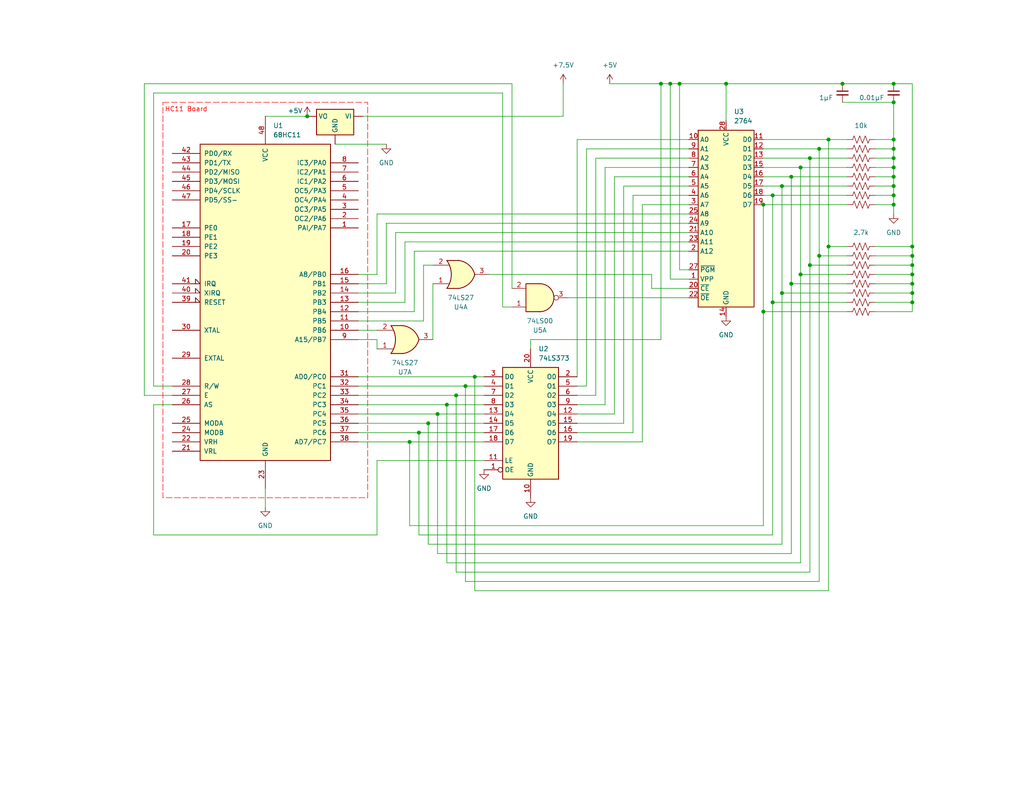
<source format=kicad_sch>
(kicad_sch (version 20250114) (generator "eeschema") (generator_version "9.0")
  (paper "USLetter")
  (title_block (title "CEMICRO Final Project Part I") (date "2025-11-18") (rev "1") (comment 1 "Reads $0000 to $0018 from a 2764 EEPROM."))
  (lib_symbols
    (symbol "74xx:74LS00" (pin_names (offset 1.016))
      (property "Reference" "U" (at 0 1.27 0))
      (property "Value" "74LS00" (at 0 -1.27 0))
      (symbol "74LS00_1_1"
        (arc (start 0 3.81) (mid 3.7934 0) (end 0 -3.81) (stroke (width 0.254)) (fill (type background)))
        (polyline (pts (xy 0 3.81) (xy -3.81 3.81) (xy -3.81 -3.81) (xy 0 -3.81)) (stroke (width 0.254)) (fill (type background)))
        (pin input line (at -7.62 2.54 0) (length 3.81) (name "~") (number "1"))
        (pin input line (at -7.62 -2.54 0) (length 3.81) (name "~") (number "2"))
        (pin output inverted (at 7.62 0 180) (length 3.81) (name "~") (number "3"))
      )
      (symbol "74LS00_1_2"
        (arc (start -3.81 3.81) (mid -2.589 0) (end -3.81 -3.81) (stroke (width 0.254)))
        (polyline (pts (xy -3.81 3.81) (xy -0.635 3.81)) (stroke (width 0.254)) (fill (type background)))
        (polyline (pts (xy -3.81 -3.81) (xy -0.635 -3.81)) (stroke (width 0.254)) (fill (type background)))
        (arc (start 3.81 0) (mid 2.1855 -2.584) (end -0.6096 -3.81) (stroke (width 0.254)) (fill (type background)))
        (arc (start -0.6096 3.81) (mid 2.1928 2.5924) (end 3.81 0) (stroke (width 0.254)) (fill (type background)))
        (polyline (pts (xy -0.635 3.81) (xy -3.81 3.81) (xy -3.81 3.81) (xy -3.556 3.4036) (xy -3.0226 2.2606) (xy -2.6924 1.0414) (xy -2.6162 -0.254) (xy -2.7686 -1.4986) (xy -3.175 -2.7178) (xy -3.81 -3.81) (xy -3.81 -3.81) (xy -0.635 -3.81)) (stroke (width -25.4)) (fill (type background)))
        (pin input inverted (at -7.62 2.54 0) (length 4.318) (name "~") (number "1"))
        (pin input inverted (at -7.62 -2.54 0) (length 4.318) (name "~") (number "2"))
        (pin output line (at 7.62 0 180) (length 3.81) (name "~") (number "3"))
      )
      (symbol "74LS00_2_1"
        (arc (start 0 3.81) (mid 3.7934 0) (end 0 -3.81) (stroke (width 0.254)) (fill (type background)))
        (polyline (pts (xy 0 3.81) (xy -3.81 3.81) (xy -3.81 -3.81) (xy 0 -3.81)) (stroke (width 0.254)) (fill (type background)))
        (pin input line (at -7.62 2.54 0) (length 3.81) (name "~") (number "4"))
        (pin input line (at -7.62 -2.54 0) (length 3.81) (name "~") (number "5"))
        (pin output inverted (at 7.62 0 180) (length 3.81) (name "~") (number "6"))
      )
      (symbol "74LS00_2_2"
        (arc (start -3.81 3.81) (mid -2.589 0) (end -3.81 -3.81) (stroke (width 0.254)))
        (polyline (pts (xy -3.81 3.81) (xy -0.635 3.81)) (stroke (width 0.254)) (fill (type background)))
        (polyline (pts (xy -3.81 -3.81) (xy -0.635 -3.81)) (stroke (width 0.254)) (fill (type background)))
        (arc (start 3.81 0) (mid 2.1855 -2.584) (end -0.6096 -3.81) (stroke (width 0.254)) (fill (type background)))
        (arc (start -0.6096 3.81) (mid 2.1928 2.5924) (end 3.81 0) (stroke (width 0.254)) (fill (type background)))
        (polyline (pts (xy -0.635 3.81) (xy -3.81 3.81) (xy -3.81 3.81) (xy -3.556 3.4036) (xy -3.0226 2.2606) (xy -2.6924 1.0414) (xy -2.6162 -0.254) (xy -2.7686 -1.4986) (xy -3.175 -2.7178) (xy -3.81 -3.81) (xy -3.81 -3.81) (xy -0.635 -3.81)) (stroke (width -25.4)) (fill (type background)))
        (pin input inverted (at -7.62 2.54 0) (length 4.318) (name "~") (number "4"))
        (pin input inverted (at -7.62 -2.54 0) (length 4.318) (name "~") (number "5"))
        (pin output line (at 7.62 0 180) (length 3.81) (name "~") (number "6"))
      )
      (symbol "74LS00_3_1"
        (arc (start 0 3.81) (mid 3.7934 0) (end 0 -3.81) (stroke (width 0.254)) (fill (type background)))
        (polyline (pts (xy 0 3.81) (xy -3.81 3.81) (xy -3.81 -3.81) (xy 0 -3.81)) (stroke (width 0.254)) (fill (type background)))
        (pin input line (at -7.62 2.54 0) (length 3.81) (name "~") (number "9"))
        (pin input line (at -7.62 -2.54 0) (length 3.81) (name "~") (number "10"))
        (pin output inverted (at 7.62 0 180) (length 3.81) (name "~") (number "8"))
      )
      (symbol "74LS00_3_2"
        (arc (start -3.81 3.81) (mid -2.589 0) (end -3.81 -3.81) (stroke (width 0.254)))
        (polyline (pts (xy -3.81 3.81) (xy -0.635 3.81)) (stroke (width 0.254)) (fill (type background)))
        (polyline (pts (xy -3.81 -3.81) (xy -0.635 -3.81)) (stroke (width 0.254)) (fill (type background)))
        (arc (start 3.81 0) (mid 2.1855 -2.584) (end -0.6096 -3.81) (stroke (width 0.254)) (fill (type background)))
        (arc (start -0.6096 3.81) (mid 2.1928 2.5924) (end 3.81 0) (stroke (width 0.254)) (fill (type background)))
        (polyline (pts (xy -0.635 3.81) (xy -3.81 3.81) (xy -3.81 3.81) (xy -3.556 3.4036) (xy -3.0226 2.2606) (xy -2.6924 1.0414) (xy -2.6162 -0.254) (xy -2.7686 -1.4986) (xy -3.175 -2.7178) (xy -3.81 -3.81) (xy -3.81 -3.81) (xy -0.635 -3.81)) (stroke (width -25.4)) (fill (type background)))
        (pin input inverted (at -7.62 2.54 0) (length 4.318) (name "~") (number "9"))
        (pin input inverted (at -7.62 -2.54 0) (length 4.318) (name "~") (number "10"))
        (pin output line (at 7.62 0 180) (length 3.81) (name "~") (number "8"))
      )
      (symbol "74LS00_4_1"
        (arc (start 0 3.81) (mid 3.7934 0) (end 0 -3.81) (stroke (width 0.254)) (fill (type background)))
        (polyline (pts (xy 0 3.81) (xy -3.81 3.81) (xy -3.81 -3.81) (xy 0 -3.81)) (stroke (width 0.254)) (fill (type background)))
        (pin input line (at -7.62 2.54 0) (length 3.81) (name "~") (number "12"))
        (pin input line (at -7.62 -2.54 0) (length 3.81) (name "~") (number "13"))
        (pin output inverted (at 7.62 0 180) (length 3.81) (name "~") (number "11"))
      )
      (symbol "74LS00_4_2"
        (arc (start -3.81 3.81) (mid -2.589 0) (end -3.81 -3.81) (stroke (width 0.254)))
        (polyline (pts (xy -3.81 3.81) (xy -0.635 3.81)) (stroke (width 0.254)) (fill (type background)))
        (polyline (pts (xy -3.81 -3.81) (xy -0.635 -3.81)) (stroke (width 0.254)) (fill (type background)))
        (arc (start 3.81 0) (mid 2.1855 -2.584) (end -0.6096 -3.81) (stroke (width 0.254)) (fill (type background)))
        (arc (start -0.6096 3.81) (mid 2.1928 2.5924) (end 3.81 0) (stroke (width 0.254)) (fill (type background)))
        (polyline (pts (xy -0.635 3.81) (xy -3.81 3.81) (xy -3.81 3.81) (xy -3.556 3.4036) (xy -3.0226 2.2606) (xy -2.6924 1.0414) (xy -2.6162 -0.254) (xy -2.7686 -1.4986) (xy -3.175 -2.7178) (xy -3.81 -3.81) (xy -3.81 -3.81) (xy -0.635 -3.81)) (stroke (width -25.4)) (fill (type background)))
        (pin input inverted (at -7.62 2.54 0) (length 4.318) (name "~") (number "12"))
        (pin input inverted (at -7.62 -2.54 0) (length 4.318) (name "~") (number "13"))
        (pin output line (at 7.62 0 180) (length 3.81) (name "~") (number "11"))
      )
      (symbol "74LS00_5_0"
        (pin power_in line (at 0 12.7 270) (length 5.08) (name "VCC") (number "14"))
        (pin power_in line (at 0 -12.7 90) (length 5.08) (name "GND") (number "7"))
      )
      (symbol "74LS00_5_1"
        (rectangle (start -5.08 7.62) (end 5.08 -7.62) (stroke (width 0.254)) (fill (type background)))
      )
    )
    (symbol "74xx:74LS32" (pin_names (offset 1.016))
      (property "Reference" "U" (at 0 1.27 0))
      (property "Value" "74LS32" (at 0 -1.27 0))
      (symbol "74LS32_1_1"
        (arc (start -3.81 3.81) (mid -2.589 0) (end -3.81 -3.81) (stroke (width 0.254)))
        (polyline (pts (xy -3.81 3.81) (xy -0.635 3.81)) (stroke (width 0.254)) (fill (type background)))
        (polyline (pts (xy -3.81 -3.81) (xy -0.635 -3.81)) (stroke (width 0.254)) (fill (type background)))
        (arc (start 3.81 0) (mid 2.1855 -2.584) (end -0.6096 -3.81) (stroke (width 0.254)) (fill (type background)))
        (arc (start -0.6096 3.81) (mid 2.1928 2.5924) (end 3.81 0) (stroke (width 0.254)) (fill (type background)))
        (polyline (pts (xy -0.635 3.81) (xy -3.81 3.81) (xy -3.81 3.81) (xy -3.556 3.4036) (xy -3.0226 2.2606) (xy -2.6924 1.0414) (xy -2.6162 -0.254) (xy -2.7686 -1.4986) (xy -3.175 -2.7178) (xy -3.81 -3.81) (xy -3.81 -3.81) (xy -0.635 -3.81)) (stroke (width -25.4)) (fill (type background)))
        (pin input line (at -7.62 2.54 0) (length 4.318) (name "~") (number "1"))
        (pin input line (at -7.62 -2.54 0) (length 4.318) (name "~") (number "2"))
        (pin output line (at 7.62 0 180) (length 3.81) (name "~") (number "3"))
      )
      (symbol "74LS32_1_2"
        (arc (start 0 3.81) (mid 3.7934 0) (end 0 -3.81) (stroke (width 0.254)) (fill (type background)))
        (polyline (pts (xy 0 3.81) (xy -3.81 3.81) (xy -3.81 -3.81) (xy 0 -3.81)) (stroke (width 0.254)) (fill (type background)))
        (pin input inverted (at -7.62 2.54 0) (length 3.81) (name "~") (number "1"))
        (pin input inverted (at -7.62 -2.54 0) (length 3.81) (name "~") (number "2"))
        (pin output inverted (at 7.62 0 180) (length 3.81) (name "~") (number "3"))
      )
      (symbol "74LS32_2_1"
        (arc (start -3.81 3.81) (mid -2.589 0) (end -3.81 -3.81) (stroke (width 0.254)))
        (polyline (pts (xy -3.81 3.81) (xy -0.635 3.81)) (stroke (width 0.254)) (fill (type background)))
        (polyline (pts (xy -3.81 -3.81) (xy -0.635 -3.81)) (stroke (width 0.254)) (fill (type background)))
        (arc (start 3.81 0) (mid 2.1855 -2.584) (end -0.6096 -3.81) (stroke (width 0.254)) (fill (type background)))
        (arc (start -0.6096 3.81) (mid 2.1928 2.5924) (end 3.81 0) (stroke (width 0.254)) (fill (type background)))
        (polyline (pts (xy -0.635 3.81) (xy -3.81 3.81) (xy -3.81 3.81) (xy -3.556 3.4036) (xy -3.0226 2.2606) (xy -2.6924 1.0414) (xy -2.6162 -0.254) (xy -2.7686 -1.4986) (xy -3.175 -2.7178) (xy -3.81 -3.81) (xy -3.81 -3.81) (xy -0.635 -3.81)) (stroke (width -25.4)) (fill (type background)))
        (pin input line (at -7.62 2.54 0) (length 4.318) (name "~") (number "4"))
        (pin input line (at -7.62 -2.54 0) (length 4.318) (name "~") (number "5"))
        (pin output line (at 7.62 0 180) (length 3.81) (name "~") (number "6"))
      )
      (symbol "74LS32_2_2"
        (arc (start 0 3.81) (mid 3.7934 0) (end 0 -3.81) (stroke (width 0.254)) (fill (type background)))
        (polyline (pts (xy 0 3.81) (xy -3.81 3.81) (xy -3.81 -3.81) (xy 0 -3.81)) (stroke (width 0.254)) (fill (type background)))
        (pin input inverted (at -7.62 2.54 0) (length 3.81) (name "~") (number "4"))
        (pin input inverted (at -7.62 -2.54 0) (length 3.81) (name "~") (number "5"))
        (pin output inverted (at 7.62 0 180) (length 3.81) (name "~") (number "6"))
      )
      (symbol "74LS32_3_1"
        (arc (start -3.81 3.81) (mid -2.589 0) (end -3.81 -3.81) (stroke (width 0.254)))
        (polyline (pts (xy -3.81 3.81) (xy -0.635 3.81)) (stroke (width 0.254)) (fill (type background)))
        (polyline (pts (xy -3.81 -3.81) (xy -0.635 -3.81)) (stroke (width 0.254)) (fill (type background)))
        (arc (start 3.81 0) (mid 2.1855 -2.584) (end -0.6096 -3.81) (stroke (width 0.254)) (fill (type background)))
        (arc (start -0.6096 3.81) (mid 2.1928 2.5924) (end 3.81 0) (stroke (width 0.254)) (fill (type background)))
        (polyline (pts (xy -0.635 3.81) (xy -3.81 3.81) (xy -3.81 3.81) (xy -3.556 3.4036) (xy -3.0226 2.2606) (xy -2.6924 1.0414) (xy -2.6162 -0.254) (xy -2.7686 -1.4986) (xy -3.175 -2.7178) (xy -3.81 -3.81) (xy -3.81 -3.81) (xy -0.635 -3.81)) (stroke (width -25.4)) (fill (type background)))
        (pin input line (at -7.62 2.54 0) (length 4.318) (name "~") (number "9"))
        (pin input line (at -7.62 -2.54 0) (length 4.318) (name "~") (number "10"))
        (pin output line (at 7.62 0 180) (length 3.81) (name "~") (number "8"))
      )
      (symbol "74LS32_3_2"
        (arc (start 0 3.81) (mid 3.7934 0) (end 0 -3.81) (stroke (width 0.254)) (fill (type background)))
        (polyline (pts (xy 0 3.81) (xy -3.81 3.81) (xy -3.81 -3.81) (xy 0 -3.81)) (stroke (width 0.254)) (fill (type background)))
        (pin input inverted (at -7.62 2.54 0) (length 3.81) (name "~") (number "9"))
        (pin input inverted (at -7.62 -2.54 0) (length 3.81) (name "~") (number "10"))
        (pin output inverted (at 7.62 0 180) (length 3.81) (name "~") (number "8"))
      )
      (symbol "74LS32_4_1"
        (arc (start -3.81 3.81) (mid -2.589 0) (end -3.81 -3.81) (stroke (width 0.254)))
        (polyline (pts (xy -3.81 3.81) (xy -0.635 3.81)) (stroke (width 0.254)) (fill (type background)))
        (polyline (pts (xy -3.81 -3.81) (xy -0.635 -3.81)) (stroke (width 0.254)) (fill (type background)))
        (arc (start 3.81 0) (mid 2.1855 -2.584) (end -0.6096 -3.81) (stroke (width 0.254)) (fill (type background)))
        (arc (start -0.6096 3.81) (mid 2.1928 2.5924) (end 3.81 0) (stroke (width 0.254)) (fill (type background)))
        (polyline (pts (xy -0.635 3.81) (xy -3.81 3.81) (xy -3.81 3.81) (xy -3.556 3.4036) (xy -3.0226 2.2606) (xy -2.6924 1.0414) (xy -2.6162 -0.254) (xy -2.7686 -1.4986) (xy -3.175 -2.7178) (xy -3.81 -3.81) (xy -3.81 -3.81) (xy -0.635 -3.81)) (stroke (width -25.4)) (fill (type background)))
        (pin input line (at -7.62 2.54 0) (length 4.318) (name "~") (number "12"))
        (pin input line (at -7.62 -2.54 0) (length 4.318) (name "~") (number "13"))
        (pin output line (at 7.62 0 180) (length 3.81) (name "~") (number "11"))
      )
      (symbol "74LS32_4_2"
        (arc (start 0 3.81) (mid 3.7934 0) (end 0 -3.81) (stroke (width 0.254)) (fill (type background)))
        (polyline (pts (xy 0 3.81) (xy -3.81 3.81) (xy -3.81 -3.81) (xy 0 -3.81)) (stroke (width 0.254)) (fill (type background)))
        (pin input inverted (at -7.62 2.54 0) (length 3.81) (name "~") (number "12"))
        (pin input inverted (at -7.62 -2.54 0) (length 3.81) (name "~") (number "13"))
        (pin output inverted (at 7.62 0 180) (length 3.81) (name "~") (number "11"))
      )
      (symbol "74LS32_5_0"
        (pin power_in line (at 0 12.7 270) (length 5.08) (name "VCC") (number "14"))
        (pin power_in line (at 0 -12.7 90) (length 5.08) (name "GND") (number "7"))
      )
      (symbol "74LS32_5_1"
        (rectangle (start -5.08 7.62) (end 5.08 -7.62) (stroke (width 0.254)) (fill (type background)))
      )
    )
    (symbol "74xx:74LS373"
      (property "Reference" "U" (at -7.62 16.51 0))
      (property "Value" "74LS373" (at -7.62 -16.51 0))
      (symbol "74LS373_1_0"
        (pin input line (at -12.7 12.7 0) (length 5.08) (name "D0") (number "3"))
        (pin input line (at -12.7 10.16 0) (length 5.08) (name "D1") (number "4"))
        (pin input line (at -12.7 7.62 0) (length 5.08) (name "D2") (number "7"))
        (pin input line (at -12.7 5.08 0) (length 5.08) (name "D3") (number "8"))
        (pin input line (at -12.7 2.54 0) (length 5.08) (name "D4") (number "13"))
        (pin input line (at -12.7 0 0) (length 5.08) (name "D5") (number "14"))
        (pin input line (at -12.7 -2.54 0) (length 5.08) (name "D6") (number "17"))
        (pin input line (at -12.7 -5.08 0) (length 5.08) (name "D7") (number "18"))
        (pin input line (at -12.7 -10.16 0) (length 5.08) (name "LE") (number "11"))
        (pin input inverted (at -12.7 -12.7 0) (length 5.08) (name "OE") (number "1"))
        (pin power_in line (at 0 20.32 270) (length 5.08) (name "VCC") (number "20"))
        (pin power_in line (at 0 -20.32 90) (length 5.08) (name "GND") (number "10"))
        (pin tri_state line (at 12.7 12.7 180) (length 5.08) (name "O0") (number "2"))
        (pin tri_state line (at 12.7 10.16 180) (length 5.08) (name "O1") (number "5"))
        (pin tri_state line (at 12.7 7.62 180) (length 5.08) (name "O2") (number "6"))
        (pin tri_state line (at 12.7 5.08 180) (length 5.08) (name "O3") (number "9"))
        (pin tri_state line (at 12.7 2.54 180) (length 5.08) (name "O4") (number "12"))
        (pin tri_state line (at 12.7 0 180) (length 5.08) (name "O5") (number "15"))
        (pin tri_state line (at 12.7 -2.54 180) (length 5.08) (name "O6") (number "16"))
        (pin tri_state line (at 12.7 -5.08 180) (length 5.08) (name "O7") (number "19"))
      )
      (symbol "74LS373_1_1"
        (rectangle (start -7.62 15.24) (end 7.62 -15.24) (stroke (width 0.254)) (fill (type background)))
      )
    )
    (symbol "Device:C_Small" (pin_numbers (hide yes)) (pin_names (offset 0.254) (hide yes))
      (property "Reference" "C" (at 0.254 1.778 0))
      (property "Value" "C_Small" (at 0.254 -2.032 0))
      (symbol "C_Small_0_1"
        (polyline (pts (xy -1.524 0.508) (xy 1.524 0.508)) (stroke (width 0.3048)))
        (polyline (pts (xy -1.524 -0.508) (xy 1.524 -0.508)) (stroke (width 0.3302)))
      )
      (symbol "C_Small_1_1"
        (pin passive line (at 0 2.54 270) (length 2.032) (name "~") (number "1"))
        (pin passive line (at 0 -2.54 90) (length 2.032) (name "~") (number "2"))
      )
    )
    (symbol "Device:R_US" (pin_numbers (hide yes)) (pin_names (offset 0))
      (property "Reference" "R" (at 2.54 0 90))
      (property "Value" "R_US" (at -2.54 0 90))
      (symbol "R_US_0_1"
        (polyline (pts (xy 0 2.286) (xy 0 2.54)))
        (polyline (pts (xy 0 2.286) (xy 1.016 1.905) (xy 0 1.524) (xy -1.016 1.143) (xy 0 0.762)))
        (polyline (pts (xy 0 0.762) (xy 1.016 0.381) (xy 0 0) (xy -1.016 -0.381) (xy 0 -0.762)))
        (polyline (pts (xy 0 -0.762) (xy 1.016 -1.143) (xy 0 -1.524) (xy -1.016 -1.905) (xy 0 -2.286)))
        (polyline (pts (xy 0 -2.286) (xy 0 -2.54)))
      )
      (symbol "R_US_1_1"
        (pin passive line (at 0 3.81 270) (length 1.27) (name "~") (number "1"))
        (pin passive line (at 0 -3.81 90) (length 1.27) (name "~") (number "2"))
      )
    )
    (symbol "MCU_NXP_HC11:68HC11" (pin_names (offset 1.016))
      (property "Reference" "U" (at 5.08 45.72 0))
      (property "Value" "68HC11" (at 8.89 -45.72 0))
      (symbol "68HC11_0_1"
        (rectangle (start -17.78 -43.18) (end 17.78 43.18) (stroke (width 0.254)) (fill (type background)))
      )
      (symbol "68HC11_1_1"
        (pin input line (at -25.4 40.64 0) (length 7.62) (name "PD0/RX") (number "42"))
        (pin input line (at -25.4 38.1 0) (length 7.62) (name "PD1/TX") (number "43"))
        (pin input line (at -25.4 35.56 0) (length 7.62) (name "PD2/MISO") (number "44"))
        (pin input line (at -25.4 33.02 0) (length 7.62) (name "PD3/MOSI") (number "45"))
        (pin input line (at -25.4 30.48 0) (length 7.62) (name "PD4/SCLK") (number "46"))
        (pin input line (at -25.4 27.94 0) (length 7.62) (name "PD5/SS-") (number "47"))
        (pin input line (at -25.4 20.32 0) (length 7.62) (name "PE0") (number "17"))
        (pin input line (at -25.4 17.78 0) (length 7.62) (name "PE1") (number "18"))
        (pin input line (at -25.4 15.24 0) (length 7.62) (name "PE2") (number "19"))
        (pin input line (at -25.4 12.7 0) (length 7.62) (name "PE3") (number "20"))
        (pin input input_low (at -25.4 5.08 0) (length 7.62) (name "IRQ") (number "41"))
        (pin input input_low (at -25.4 2.54 0) (length 7.62) (name "XIRQ") (number "40"))
        (pin input input_low (at -25.4 0 0) (length 7.62) (name "RESET") (number "39"))
        (pin output line (at -25.4 -7.62 0) (length 7.62) (name "XTAL") (number "30"))
        (pin input line (at -25.4 -15.24 0) (length 7.62) (name "EXTAL") (number "29"))
        (pin output line (at -25.4 -22.86 0) (length 7.62) (name "R/W") (number "28"))
        (pin output line (at -25.4 -25.4 0) (length 7.62) (name "E") (number "27"))
        (pin output line (at -25.4 -27.94 0) (length 7.62) (name "AS") (number "26"))
        (pin input line (at -25.4 -33.02 0) (length 7.62) (name "MODA") (number "25"))
        (pin input line (at -25.4 -35.56 0) (length 7.62) (name "MODB") (number "24"))
        (pin passive line (at -25.4 -38.1 0) (length 7.62) (name "VRH") (number "22"))
        (pin passive line (at -25.4 -40.64 0) (length 7.62) (name "VRL") (number "21"))
        (pin power_in line (at 0 50.8 270) (length 7.62) (name "VCC") (number "48"))
        (pin power_in line (at 0 -50.8 90) (length 7.62) (name "GND") (number "23"))
        (pin input line (at 25.4 38.1 180) (length 7.62) (name "IC3/PA0") (number "8"))
        (pin input line (at 25.4 35.56 180) (length 7.62) (name "IC2/PA1") (number "7"))
        (pin input line (at 25.4 33.02 180) (length 7.62) (name "IC1/PA2") (number "6"))
        (pin output line (at 25.4 30.48 180) (length 7.62) (name "OC5/PA3") (number "5"))
        (pin output line (at 25.4 27.94 180) (length 7.62) (name "OC4/PA4") (number "4"))
        (pin output line (at 25.4 25.4 180) (length 7.62) (name "OC3/PA5") (number "3"))
        (pin output line (at 25.4 22.86 180) (length 7.62) (name "OC2/PA6") (number "2"))
        (pin input line (at 25.4 20.32 180) (length 7.62) (name "PAI/PA7") (number "1"))
        (pin output line (at 25.4 7.62 180) (length 7.62) (name "A8/PB0") (number "16"))
        (pin output line (at 25.4 5.08 180) (length 7.62) (name "PB1") (number "15"))
        (pin output line (at 25.4 2.54 180) (length 7.62) (name "PB2") (number "14"))
        (pin output line (at 25.4 0 180) (length 7.62) (name "PB3") (number "13"))
        (pin output line (at 25.4 -2.54 180) (length 7.62) (name "PB4") (number "12"))
        (pin output line (at 25.4 -5.08 180) (length 7.62) (name "PB5") (number "11"))
        (pin output line (at 25.4 -7.62 180) (length 7.62) (name "PB6") (number "10"))
        (pin output line (at 25.4 -10.16 180) (length 7.62) (name "A15/PB7") (number "9"))
        (pin tri_state line (at 25.4 -20.32 180) (length 7.62) (name "AD0/PC0") (number "31"))
        (pin tri_state line (at 25.4 -22.86 180) (length 7.62) (name "PC1") (number "32"))
        (pin tri_state line (at 25.4 -25.4 180) (length 7.62) (name "PC2") (number "33"))
        (pin tri_state line (at 25.4 -27.94 180) (length 7.62) (name "PC3") (number "34"))
        (pin tri_state line (at 25.4 -30.48 180) (length 7.62) (name "PC4") (number "35"))
        (pin tri_state line (at 25.4 -33.02 180) (length 7.62) (name "PC5") (number "36"))
        (pin tri_state line (at 25.4 -35.56 180) (length 7.62) (name "PC6") (number "37"))
        (pin tri_state line (at 25.4 -38.1 180) (length 7.62) (name "AD7/PC7") (number "38"))
      )
    )
    (symbol "Memory_EPROM:2764"
      (property "Reference" "U" (at -7.62 24.13 0))
      (property "Value" "2764" (at 2.54 -26.67 0))
      (symbol "2764_1_1"
        (rectangle (start -7.62 22.86) (end 7.62 -25.4) (stroke (width 0.254)) (fill (type background)))
        (pin input line (at -10.16 20.32 0) (length 2.54) (name "A0") (number "10"))
        (pin input line (at -10.16 17.78 0) (length 2.54) (name "A1") (number "9"))
        (pin input line (at -10.16 15.24 0) (length 2.54) (name "A2") (number "8"))
        (pin input line (at -10.16 12.7 0) (length 2.54) (name "A3") (number "7"))
        (pin input line (at -10.16 10.16 0) (length 2.54) (name "A4") (number "6"))
        (pin input line (at -10.16 7.62 0) (length 2.54) (name "A5") (number "5"))
        (pin input line (at -10.16 5.08 0) (length 2.54) (name "A6") (number "4"))
        (pin input line (at -10.16 2.54 0) (length 2.54) (name "A7") (number "3"))
        (pin input line (at -10.16 0 0) (length 2.54) (name "A8") (number "25"))
        (pin input line (at -10.16 -2.54 0) (length 2.54) (name "A9") (number "24"))
        (pin input line (at -10.16 -5.08 0) (length 2.54) (name "A10") (number "21"))
        (pin input line (at -10.16 -7.62 0) (length 2.54) (name "A11") (number "23"))
        (pin input line (at -10.16 -10.16 0) (length 2.54) (name "A12") (number "2"))
        (pin input line (at -10.16 -15.24 0) (length 2.54) (name "~{PGM}") (number "27"))
        (pin input line (at -10.16 -17.78 0) (length 2.54) (name "VPP") (number "1"))
        (pin input line (at -10.16 -20.32 0) (length 2.54) (name "~{CE}") (number "20"))
        (pin input line (at -10.16 -22.86 0) (length 2.54) (name "~{OE}") (number "22"))
        (pin power_in line (at 0 25.4 270) (length 2.54) (name "VCC") (number "28"))
        (pin power_in line (at 0 -27.94 90) (length 2.54) (name "GND") (number "14"))
        (pin no_connect line (at 7.62 0 180) (length 2.54) (hide yes) (name "NC") (number "26"))
        (pin tri_state line (at 10.16 20.32 180) (length 2.54) (name "D0") (number "11"))
        (pin tri_state line (at 10.16 17.78 180) (length 2.54) (name "D1") (number "12"))
        (pin tri_state line (at 10.16 15.24 180) (length 2.54) (name "D2") (number "13"))
        (pin tri_state line (at 10.16 12.7 180) (length 2.54) (name "D3") (number "15"))
        (pin tri_state line (at 10.16 10.16 180) (length 2.54) (name "D4") (number "16"))
        (pin tri_state line (at 10.16 7.62 180) (length 2.54) (name "D5") (number "17"))
        (pin tri_state line (at 10.16 5.08 180) (length 2.54) (name "D6") (number "18"))
        (pin tri_state line (at 10.16 2.54 180) (length 2.54) (name "D7") (number "19"))
      )
    )
    (symbol "Regulator_Linear:AMS1117-5.0" (pin_numbers (hide yes))
      (property "Reference" "U" (at -3.81 3.175 0))
      (property "Value" "AMS1117-5.0" (at 0 3.175 0))
      (symbol "AMS1117-5.0_0_1"
        (rectangle (start -5.08 -5.08) (end 5.08 1.905) (stroke (width 0.254)) (fill (type background)))
      )
      (symbol "AMS1117-5.0_1_1"
        (pin power_in line (at -7.62 0 0) (length 2.54) (name "VI") (number "3"))
        (pin power_in line (at 0 -7.62 90) (length 2.54) (name "GND") (number "1"))
        (pin power_out line (at 7.62 0 180) (length 2.54) (name "VO") (number "2"))
      )
    )
    (symbol "power:+5V" (power) (pin_numbers (hide yes)) (pin_names (offset 0) (hide yes))
      (property "Value" "+5V" (at 0 3.556 0))
      (symbol "+5V_0_1"
        (polyline (pts (xy -0.762 1.27) (xy 0 2.54)))
        (polyline (pts (xy 0 2.54) (xy 0.762 1.27)))
        (polyline (pts (xy 0 0) (xy 0 2.54)))
      )
      (symbol "+5V_1_1"
        (pin power_in line (at 0 0 90) (length 0) (name "~") (number "1"))
      )
    )
    (symbol "power:+7.5V" (power) (pin_numbers (hide yes)) (pin_names (offset 0) (hide yes))
      (property "Value" "+7.5V" (at 0 3.556 0))
      (symbol "+7.5V_0_1"
        (polyline (pts (xy -0.762 1.27) (xy 0 2.54)))
        (polyline (pts (xy 0 2.54) (xy 0.762 1.27)))
        (polyline (pts (xy 0 0) (xy 0 2.54)))
      )
      (symbol "+7.5V_1_1"
        (pin power_in line (at 0 0 90) (length 0) (name "~") (number "1"))
      )
    )
    (symbol "power:GND" (power) (pin_numbers (hide yes)) (pin_names (offset 0) (hide yes))
      (property "Value" "GND" (at 0 -3.81 0))
      (symbol "GND_0_1"
        (polyline (pts (xy 0 0) (xy 0 -1.27) (xy 1.27 -1.27) (xy 0 -2.54) (xy -1.27 -1.27) (xy 0 -1.27)))
      )
      (symbol "GND_1_1"
        (pin power_in line (at 0 0 270) (length 0) (name "~") (number "1"))
      )
    )
  )
  (text "HC11 Board" (at 44.958 29.972 0) (effects (font (size 1.27 1.27)) (justify left)))
  (junction (at 215.9 77.47))
  (junction (at 243.84 53.34))
  (junction (at 218.44 74.93))
  (junction (at 213.36 50.8))
  (junction (at 180.34 22.86))
  (junction (at 124.46 107.95))
  (junction (at 127 105.41))
  (junction (at 223.52 69.85))
  (junction (at 210.82 53.34))
  (junction (at 182.88 22.86))
  (junction (at 243.84 43.18))
  (junction (at 114.3 118.11))
  (junction (at 248.92 74.93))
  (junction (at 248.92 67.31))
  (junction (at 111.76 120.65))
  (junction (at 226.06 67.31))
  (junction (at 223.52 40.64))
  (junction (at 243.84 38.1))
  (junction (at 243.84 48.26))
  (junction (at 83.82 31.75))
  (junction (at 220.98 43.18))
  (junction (at 185.42 22.86))
  (junction (at 248.92 77.47))
  (junction (at 210.82 82.55))
  (junction (at 208.28 55.88))
  (junction (at 243.84 45.72))
  (junction (at 121.92 110.49))
  (junction (at 248.92 69.85))
  (junction (at 129.54 102.87))
  (junction (at 215.9 48.26))
  (junction (at 116.84 115.57))
  (junction (at 226.06 38.1))
  (junction (at 198.12 22.86))
  (junction (at 208.28 85.09))
  (junction (at 243.84 50.8))
  (junction (at 248.92 82.55))
  (junction (at 229.87 22.86))
  (junction (at 119.38 113.03))
  (junction (at 218.44 45.72))
  (junction (at 243.84 22.86))
  (junction (at 248.92 80.01))
  (junction (at 243.84 27.94))
  (junction (at 220.98 72.39))
  (junction (at 243.84 40.64))
  (junction (at 213.36 80.01))
  (junction (at 243.84 55.88))
  (junction (at 248.92 72.39))
  (wire (pts (xy 226.06 67.31) (xy 231.14 67.31)))
  (wire (pts (xy 182.88 22.86) (xy 185.42 22.86)))
  (wire (pts (xy 167.64 48.26) (xy 167.64 113.03)))
  (wire (pts (xy 177.8 74.93) (xy 177.8 78.74)))
  (wire (pts (xy 115.57 87.63) (xy 115.57 72.39)))
  (wire (pts (xy 162.56 43.18) (xy 187.96 43.18)))
  (wire (pts (xy 46.99 105.41) (xy 41.91 105.41)))
  (wire (pts (xy 185.42 22.86) (xy 185.42 73.66)))
  (wire (pts (xy 220.98 43.18) (xy 208.28 43.18)))
  (wire (pts (xy 229.87 22.86) (xy 243.84 22.86)))
  (wire (pts (xy 248.92 74.93) (xy 248.92 77.47)))
  (wire (pts (xy 165.1 110.49) (xy 165.1 45.72)))
  (wire (pts (xy 121.92 110.49) (xy 121.92 153.67)))
  (wire (pts (xy 157.48 38.1) (xy 187.96 38.1)))
  (wire (pts (xy 97.79 110.49) (xy 121.92 110.49)))
  (wire (pts (xy 213.36 50.8) (xy 231.14 50.8)))
  (wire (pts (xy 213.36 80.01) (xy 213.36 148.59)))
  (wire (pts (xy 107.95 80.01) (xy 107.95 63.5)))
  (wire (pts (xy 46.99 107.95) (xy 39.37 107.95)))
  (wire (pts (xy 248.92 22.86) (xy 248.92 67.31)))
  (wire (pts (xy 218.44 45.72) (xy 231.14 45.72)))
  (wire (pts (xy 113.03 68.58) (xy 187.96 68.58)))
  (wire (pts (xy 180.34 22.86) (xy 182.88 22.86)))
  (wire (pts (xy 208.28 85.09) (xy 208.28 143.51)))
  (wire (pts (xy 124.46 107.95) (xy 132.08 107.95)))
  (wire (pts (xy 154.94 81.28) (xy 187.96 81.28)))
  (wire (pts (xy 238.76 53.34) (xy 243.84 53.34)))
  (wire (pts (xy 162.56 107.95) (xy 162.56 43.18)))
  (wire (pts (xy 72.39 31.75) (xy 83.82 31.75)))
  (wire (pts (xy 97.79 113.03) (xy 119.38 113.03)))
  (wire (pts (xy 213.36 80.01) (xy 231.14 80.01)))
  (wire (pts (xy 172.72 53.34) (xy 187.96 53.34)))
  (wire (pts (xy 243.84 27.94) (xy 243.84 38.1)))
  (wire (pts (xy 97.79 105.41) (xy 127 105.41)))
  (wire (pts (xy 111.76 120.65) (xy 111.76 143.51)))
  (wire (pts (xy 198.12 22.86) (xy 229.87 22.86)))
  (wire (pts (xy 208.28 55.88) (xy 231.14 55.88)))
  (wire (pts (xy 116.84 115.57) (xy 132.08 115.57)))
  (wire (pts (xy 97.79 90.17) (xy 102.87 90.17)))
  (wire (pts (xy 180.34 22.86) (xy 180.34 92.71)))
  (wire (pts (xy 185.42 22.86) (xy 198.12 22.86)))
  (wire (pts (xy 39.37 22.86) (xy 39.37 107.95)))
  (wire (pts (xy 97.79 115.57) (xy 116.84 115.57)))
  (wire (pts (xy 46.99 110.49) (xy 41.91 110.49)))
  (wire (pts (xy 170.18 50.8) (xy 187.96 50.8)))
  (wire (pts (xy 133.35 74.93) (xy 177.8 74.93)))
  (wire (pts (xy 238.76 74.93) (xy 248.92 74.93)))
  (wire (pts (xy 127 105.41) (xy 132.08 105.41)))
  (wire (pts (xy 157.48 115.57) (xy 170.18 115.57)))
  (wire (pts (xy 157.48 120.65) (xy 175.26 120.65)))
  (wire (pts (xy 97.79 118.11) (xy 114.3 118.11)))
  (wire (pts (xy 238.76 82.55) (xy 248.92 82.55)))
  (wire (pts (xy 157.48 110.49) (xy 165.1 110.49)))
  (wire (pts (xy 166.37 22.86) (xy 180.34 22.86)))
  (wire (pts (xy 223.52 69.85) (xy 231.14 69.85)))
  (wire (pts (xy 97.79 74.93) (xy 102.87 74.93)))
  (wire (pts (xy 238.76 40.64) (xy 243.84 40.64)))
  (wire (pts (xy 99.06 31.75) (xy 153.67 31.75)))
  (wire (pts (xy 226.06 67.31) (xy 226.06 161.29)))
  (wire (pts (xy 248.92 67.31) (xy 248.92 69.85)))
  (wire (pts (xy 114.3 118.11) (xy 132.08 118.11)))
  (wire (pts (xy 226.06 67.31) (xy 226.06 38.1)))
  (wire (pts (xy 119.38 113.03) (xy 119.38 151.13)))
  (wire (pts (xy 243.84 53.34) (xy 243.84 55.88)))
  (wire (pts (xy 41.91 110.49) (xy 41.91 146.05)))
  (wire (pts (xy 177.8 78.74) (xy 187.96 78.74)))
  (wire (pts (xy 243.84 38.1) (xy 243.84 40.64)))
  (wire (pts (xy 238.76 38.1) (xy 243.84 38.1)))
  (wire (pts (xy 139.7 22.86) (xy 139.7 78.74)))
  (wire (pts (xy 124.46 107.95) (xy 124.46 156.21)))
  (wire (pts (xy 182.88 22.86) (xy 182.88 76.2)))
  (wire (pts (xy 248.92 69.85) (xy 248.92 72.39)))
  (wire (pts (xy 243.84 50.8) (xy 243.84 53.34)))
  (wire (pts (xy 115.57 72.39) (xy 118.11 72.39)))
  (wire (pts (xy 144.78 92.71) (xy 180.34 92.71)))
  (wire (pts (xy 208.28 55.88) (xy 208.28 85.09)))
  (wire (pts (xy 111.76 120.65) (xy 132.08 120.65)))
  (wire (pts (xy 110.49 66.04) (xy 187.96 66.04)))
  (wire (pts (xy 107.95 63.5) (xy 187.96 63.5)))
  (wire (pts (xy 137.16 83.82) (xy 139.7 83.82)))
  (wire (pts (xy 160.02 105.41) (xy 157.48 105.41)))
  (wire (pts (xy 210.82 53.34) (xy 208.28 53.34)))
  (wire (pts (xy 223.52 40.64) (xy 223.52 69.85)))
  (wire (pts (xy 91.44 39.37) (xy 105.41 39.37)))
  (wire (pts (xy 218.44 74.93) (xy 218.44 45.72)))
  (wire (pts (xy 157.48 113.03) (xy 167.64 113.03)))
  (wire (pts (xy 153.67 22.86) (xy 153.67 31.75)))
  (wire (pts (xy 238.76 67.31) (xy 248.92 67.31)))
  (wire (pts (xy 116.84 115.57) (xy 116.84 148.59)))
  (wire (pts (xy 238.76 43.18) (xy 243.84 43.18)))
  (wire (pts (xy 223.52 40.64) (xy 231.14 40.64)))
  (wire (pts (xy 124.46 156.21) (xy 220.98 156.21)))
  (wire (pts (xy 167.64 48.26) (xy 187.96 48.26)))
  (wire (pts (xy 248.92 82.55) (xy 248.92 85.09)))
  (wire (pts (xy 210.82 53.34) (xy 231.14 53.34)))
  (wire (pts (xy 198.12 22.86) (xy 198.12 33.02)))
  (wire (pts (xy 175.26 55.88) (xy 187.96 55.88)))
  (wire (pts (xy 215.9 77.47) (xy 215.9 48.26)))
  (wire (pts (xy 238.76 85.09) (xy 248.92 85.09)))
  (wire (pts (xy 97.79 92.71) (xy 102.87 92.71)))
  (wire (pts (xy 127 105.41) (xy 127 158.75)))
  (wire (pts (xy 97.79 87.63) (xy 115.57 87.63)))
  (wire (pts (xy 97.79 80.01) (xy 107.95 80.01)))
  (wire (pts (xy 172.72 118.11) (xy 172.72 53.34)))
  (wire (pts (xy 238.76 50.8) (xy 243.84 50.8)))
  (wire (pts (xy 215.9 77.47) (xy 231.14 77.47)))
  (wire (pts (xy 129.54 102.87) (xy 132.08 102.87)))
  (wire (pts (xy 116.84 148.59) (xy 213.36 148.59)))
  (wire (pts (xy 137.16 25.4) (xy 137.16 83.82)))
  (wire (pts (xy 129.54 161.29) (xy 226.06 161.29)))
  (wire (pts (xy 220.98 72.39) (xy 220.98 156.21)))
  (wire (pts (xy 215.9 77.47) (xy 215.9 151.13)))
  (wire (pts (xy 220.98 72.39) (xy 220.98 43.18)))
  (wire (pts (xy 105.41 77.47) (xy 105.41 60.96)))
  (wire (pts (xy 218.44 45.72) (xy 208.28 45.72)))
  (wire (pts (xy 210.82 82.55) (xy 210.82 53.34)))
  (wire (pts (xy 121.92 110.49) (xy 132.08 110.49)))
  (wire (pts (xy 218.44 74.93) (xy 218.44 153.67)))
  (wire (pts (xy 243.84 48.26) (xy 243.84 50.8)))
  (wire (pts (xy 127 158.75) (xy 223.52 158.75)))
  (wire (pts (xy 160.02 40.64) (xy 187.96 40.64)))
  (wire (pts (xy 175.26 120.65) (xy 175.26 55.88)))
  (wire (pts (xy 41.91 105.41) (xy 41.91 25.4)))
  (wire (pts (xy 102.87 74.93) (xy 102.87 58.42)))
  (wire (pts (xy 223.52 40.64) (xy 208.28 40.64)))
  (wire (pts (xy 114.3 118.11) (xy 114.3 146.05)))
  (wire (pts (xy 41.91 25.4) (xy 137.16 25.4)))
  (wire (pts (xy 208.28 50.8) (xy 213.36 50.8)))
  (wire (pts (xy 41.91 146.05) (xy 102.87 146.05)))
  (wire (pts (xy 208.28 85.09) (xy 231.14 85.09)))
  (wire (pts (xy 187.96 73.66) (xy 185.42 73.66)))
  (wire (pts (xy 102.87 58.42) (xy 187.96 58.42)))
  (wire (pts (xy 111.76 143.51) (xy 208.28 143.51)))
  (wire (pts (xy 113.03 85.09) (xy 113.03 68.58)))
  (wire (pts (xy 157.48 38.1) (xy 157.48 102.87)))
  (wire (pts (xy 220.98 43.18) (xy 231.14 43.18)))
  (wire (pts (xy 243.84 45.72) (xy 243.84 48.26)))
  (wire (pts (xy 215.9 48.26) (xy 231.14 48.26)))
  (wire (pts (xy 39.37 22.86) (xy 139.7 22.86)))
  (wire (pts (xy 243.84 40.64) (xy 243.84 43.18)))
  (wire (pts (xy 210.82 82.55) (xy 231.14 82.55)))
  (wire (pts (xy 238.76 55.88) (xy 243.84 55.88)))
  (wire (pts (xy 218.44 74.93) (xy 231.14 74.93)))
  (wire (pts (xy 97.79 102.87) (xy 129.54 102.87)))
  (wire (pts (xy 238.76 80.01) (xy 248.92 80.01)))
  (wire (pts (xy 110.49 82.55) (xy 110.49 66.04)))
  (wire (pts (xy 248.92 77.47) (xy 248.92 80.01)))
  (wire (pts (xy 105.41 60.96) (xy 187.96 60.96)))
  (wire (pts (xy 72.39 133.35) (xy 72.39 138.43)))
  (wire (pts (xy 248.92 72.39) (xy 248.92 74.93)))
  (wire (pts (xy 157.48 107.95) (xy 162.56 107.95)))
  (wire (pts (xy 114.3 146.05) (xy 210.82 146.05)))
  (wire (pts (xy 229.87 27.94) (xy 243.84 27.94)))
  (wire (pts (xy 97.79 77.47) (xy 105.41 77.47)))
  (wire (pts (xy 238.76 48.26) (xy 243.84 48.26)))
  (wire (pts (xy 223.52 69.85) (xy 223.52 158.75)))
  (wire (pts (xy 238.76 69.85) (xy 248.92 69.85)))
  (wire (pts (xy 102.87 92.71) (xy 102.87 95.25)))
  (wire (pts (xy 243.84 55.88) (xy 243.84 58.42)))
  (wire (pts (xy 119.38 113.03) (xy 132.08 113.03)))
  (wire (pts (xy 144.78 95.25) (xy 144.78 92.71)))
  (wire (pts (xy 215.9 48.26) (xy 208.28 48.26)))
  (wire (pts (xy 157.48 118.11) (xy 172.72 118.11)))
  (wire (pts (xy 213.36 80.01) (xy 213.36 50.8)))
  (wire (pts (xy 208.28 38.1) (xy 226.06 38.1)))
  (wire (pts (xy 170.18 115.57) (xy 170.18 50.8)))
  (wire (pts (xy 226.06 38.1) (xy 231.14 38.1)))
  (wire (pts (xy 210.82 82.55) (xy 210.82 146.05)))
  (wire (pts (xy 129.54 102.87) (xy 129.54 161.29)))
  (wire (pts (xy 238.76 72.39) (xy 248.92 72.39)))
  (wire (pts (xy 97.79 85.09) (xy 113.03 85.09)))
  (wire (pts (xy 102.87 146.05) (xy 102.87 125.73)))
  (wire (pts (xy 119.38 151.13) (xy 215.9 151.13)))
  (wire (pts (xy 165.1 45.72) (xy 187.96 45.72)))
  (wire (pts (xy 238.76 77.47) (xy 248.92 77.47)))
  (wire (pts (xy 118.11 77.47) (xy 118.11 92.71)))
  (wire (pts (xy 243.84 22.86) (xy 248.92 22.86)))
  (wire (pts (xy 102.87 125.73) (xy 132.08 125.73)))
  (wire (pts (xy 243.84 43.18) (xy 243.84 45.72)))
  (wire (pts (xy 97.79 120.65) (xy 111.76 120.65)))
  (wire (pts (xy 187.96 76.2) (xy 182.88 76.2)))
  (wire (pts (xy 160.02 105.41) (xy 160.02 40.64)))
  (wire (pts (xy 220.98 72.39) (xy 231.14 72.39)))
  (wire (pts (xy 238.76 45.72) (xy 243.84 45.72)))
  (wire (pts (xy 121.92 153.67) (xy 218.44 153.67)))
  (wire (pts (xy 97.79 82.55) (xy 110.49 82.55)))
  (wire (pts (xy 248.92 80.01) (xy 248.92 82.55)))
  (wire (pts (xy 97.79 107.95) (xy 124.46 107.95)))
  (rule_area (polyline (pts (xy 44.45 27.94) (xy 100.33 27.94) (xy 100.33 135.89) (xy 44.45 135.89)) (stroke (width 0) (type dash))))
  (symbol (lib_id "Device:R_US") (at 234.95 74.93 90) (unit 1)
    (property "Reference" "R12" (effects (hide yes)))
    (property "Value" "2.7k" (effects (hide yes)))
    (property "Description" "Resistor, US symbol" (effects (hide yes)))
  )
  (symbol (lib_id "Device:C_Small") (at 229.87 25.4 0) (mirror y) (unit 1)
    (property "Reference" "C2" (effects (hide yes)))
    (property "Value" "1μF" (at 227.33 26.6762 0) (effects (justify left)))
    (property "Description" "Unpolarized capacitor, small symbol" (effects (hide yes)))
  )
  (symbol (lib_id "Device:R_US") (at 234.95 85.09 90) (unit 1)
    (property "Reference" "R16" (effects (hide yes)))
    (property "Value" "2.7k" (effects (hide yes)))
    (property "Description" "Resistor, US symbol" (effects (hide yes)))
  )
  (symbol (lib_id "power:GND") (at 72.39 138.43 0) (unit 1)
    (property "Reference" "#PWR01" (effects (hide yes)))
    (property "Value" "GND" (at 72.39 143.51 0))
    (property "Description" "Power symbol creates a global label with name \"GND\" , ground" (effects (hide yes)))
  )
  (symbol (lib_id "MCU_NXP_HC11:68HC11") (at 72.39 82.55 0) (unit 1)
    (property "Reference" "U1" (at 74.5333 34.29 0) (effects (justify left)))
    (property "Value" "68HC11" (at 74.5333 36.83 0) (effects (justify left)))
    (property "Description" "HC11 Microcontroller" (effects (hide yes)))
  )
  (symbol (lib_id "power:GND") (at 132.08 128.27 0) (unit 1)
    (property "Reference" "#PWR04" (effects (hide yes)))
    (property "Value" "GND" (at 132.08 133.35 0))
    (property "Description" "Power symbol creates a global label with name \"GND\" , ground" (effects (hide yes)))
  )
  (symbol (lib_id "Device:R_US") (at 234.95 72.39 90) (unit 1)
    (property "Reference" "R11" (effects (hide yes)))
    (property "Value" "2.7k" (effects (hide yes)))
    (property "Description" "Resistor, US symbol" (effects (hide yes)))
  )
  (symbol (lib_id "Device:R_US") (at 234.95 67.31 90) (unit 1)
    (property "Reference" "R9" (effects (hide yes)))
    (property "Value" "2.7k" (at 234.95 63.5 90))
    (property "Description" "Resistor, US symbol" (effects (hide yes)))
  )
  (symbol (lib_id "Device:R_US") (at 234.95 53.34 90) (unit 1)
    (property "Reference" "R7" (effects (hide yes)))
    (property "Value" "10k" (effects (hide yes)))
    (property "Description" "Resistor, US symbol" (effects (hide yes)))
  )
  (symbol (lib_id "Regulator_Linear:AMS1117-5.0") (at 91.44 31.75 0) (mirror y) (unit 1)
    (property "Reference" "U6" (effects (hide yes)))
    (property "Value" "AMS1117-5.0" (effects (hide yes)))
    (property "Footprint" "Package_TO_SOT_SMD:SOT-223-3_TabPin2" (effects (hide yes)))
    (property "Datasheet" "http://www.advanced-monolithic.com/pdf/ds1117.pdf" (effects (hide yes)))
    (property "Description" "1A Low Dropout regulator, positive, 5.0V fixed output, SOT-223" (effects (hide yes)))
  )
  (symbol (lib_id "power:GND") (at 144.78 135.89 0) (unit 1)
    (property "Reference" "#PWR02" (effects (hide yes)))
    (property "Value" "GND" (at 144.78 140.97 0))
    (property "Description" "Power symbol creates a global label with name \"GND\" , ground" (effects (hide yes)))
  )
  (symbol (lib_id "power:+7.5V") (at 153.67 22.86 0) (unit 1)
    (property "Reference" "#PWR08" (effects (hide yes)))
    (property "Value" "+7.5V" (at 153.67 17.78 0))
    (property "Description" "Power symbol creates a global label with name \"+7.5V\"" (effects (hide yes)))
  )
  (symbol (lib_id "Device:R_US") (at 234.95 50.8 90) (unit 1)
    (property "Reference" "R6" (effects (hide yes)))
    (property "Value" "10k" (effects (hide yes)))
    (property "Description" "Resistor, US symbol" (effects (hide yes)))
  )
  (symbol (lib_id "Device:R_US") (at 234.95 38.1 90) (unit 1)
    (property "Reference" "R1" (effects (hide yes)))
    (property "Value" "10k" (at 234.95 34.29 90))
    (property "Description" "Resistor, US symbol" (effects (hide yes)))
  )
  (symbol (lib_id "Device:R_US") (at 234.95 45.72 90) (unit 1)
    (property "Reference" "R4" (effects (hide yes)))
    (property "Value" "10k" (effects (hide yes)))
    (property "Description" "Resistor, US symbol" (effects (hide yes)))
  )
  (symbol (lib_id "power:GND") (at 198.12 86.36 0) (unit 1)
    (property "Reference" "#PWR03" (effects (hide yes)))
    (property "Value" "GND" (at 198.12 91.44 0))
    (property "Description" "Power symbol creates a global label with name \"GND\" , ground" (effects (hide yes)))
  )
  (symbol (lib_id "74xx:74LS32") (at 125.73 74.93 0) (mirror x) (unit 1)
    (property "Reference" "U4" (at 125.73 83.82 0))
    (property "Value" "74LS27" (at 125.73 81.28 0))
    (property "Datasheet" "http://www.ti.com/lit/gpn/sn74LS32" (effects (hide yes)))
    (property "Description" "Quad 2-input OR" (effects (hide yes)))
  )
  (symbol (lib_id "74xx:74LS00") (at 147.32 81.28 0) (mirror x) (unit 1)
    (property "Reference" "U5" (at 147.3117 90.17 0))
    (property "Value" "74LS00" (at 147.3117 87.63 0))
    (property "Datasheet" "http://www.ti.com/lit/gpn/sn74ls00" (effects (hide yes)))
    (property "Description" "quad 2-input NAND gate" (effects (hide yes)))
  )
  (symbol (lib_id "Device:R_US") (at 234.95 69.85 90) (unit 1)
    (property "Reference" "R10" (effects (hide yes)))
    (property "Value" "2.7k" (effects (hide yes)))
    (property "Description" "Resistor, US symbol" (effects (hide yes)))
  )
  (symbol (lib_id "Device:R_US") (at 234.95 82.55 90) (unit 1)
    (property "Reference" "R15" (effects (hide yes)))
    (property "Value" "2.7k" (effects (hide yes)))
    (property "Description" "Resistor, US symbol" (effects (hide yes)))
  )
  (symbol (lib_id "Device:R_US") (at 234.95 48.26 90) (unit 1)
    (property "Reference" "R5" (effects (hide yes)))
    (property "Value" "10k" (effects (hide yes)))
    (property "Description" "Resistor, US symbol" (effects (hide yes)))
  )
  (symbol (lib_id "power:GND") (at 105.41 39.37 0) (unit 1)
    (property "Reference" "#PWR06" (effects (hide yes)))
    (property "Value" "GND" (at 105.41 44.45 0))
    (property "Description" "Power symbol creates a global label with name \"GND\" , ground" (effects (hide yes)))
  )
  (symbol (lib_id "power:+5V") (at 166.37 22.86 0) (unit 1)
    (property "Reference" "#PWR07" (effects (hide yes)))
    (property "Value" "+5V" (at 166.37 17.78 0))
    (property "Description" "Power symbol creates a global label with name \"+5V\"" (effects (hide yes)))
  )
  (symbol (lib_id "power:GND") (at 243.84 58.42 0) (unit 1)
    (property "Reference" "#PWR05" (effects (hide yes)))
    (property "Value" "GND" (at 243.84 63.5 0))
    (property "Description" "Power symbol creates a global label with name \"GND\" , ground" (effects (hide yes)))
  )
  (symbol (lib_id "Device:C_Small") (at 243.84 25.4 0) (mirror y) (unit 1)
    (property "Reference" "C1" (effects (hide yes)))
    (property "Value" "0.01μF" (at 241.3 26.6762 0) (effects (justify left)))
    (property "Description" "Unpolarized capacitor, small symbol" (effects (hide yes)))
  )
  (symbol (lib_id "Device:R_US") (at 234.95 77.47 90) (unit 1)
    (property "Reference" "R13" (effects (hide yes)))
    (property "Value" "2.7k" (effects (hide yes)))
    (property "Description" "Resistor, US symbol" (effects (hide yes)))
  )
  (symbol (lib_id "power:+5V") (at 83.82 31.75 0) (unit 1)
    (property "Reference" "#PWR09" (effects (hide yes)))
    (property "Value" "+5V" (at 80.518 30.226 0))
    (property "Description" "Power symbol creates a global label with name \"+5V\"" (effects (hide yes)))
  )
  (symbol (lib_id "Memory_EPROM:2764") (at 198.12 58.42 0) (unit 1)
    (property "Reference" "U3" (at 200.2633 30.48 0) (effects (justify left)))
    (property "Value" "2764" (at 200.2633 33.02 0) (effects (justify left)))
    (property "Footprint" "Package_DIP:DIP-28_W15.24mm" (effects (hide yes)))
    (property "Datasheet" "https://downloads.reactivemicro.com/Electronics/ROM/2764%20EPROM.pdf" (effects (hide yes)))
    (property "Description" "EPROM 64 KiBit, [Obsolete 2000-11]" (effects (hide yes)))
  )
  (symbol (lib_id "74xx:74LS373") (at 144.78 115.57 0) (unit 1)
    (property "Reference" "U2" (at 146.9233 95.25 0) (effects (justify left)))
    (property "Value" "74LS373" (at 146.9233 97.79 0) (effects (justify left)))
    (property "Datasheet" "http://www.ti.com/lit/gpn/sn74LS373" (effects (hide yes)))
    (property "Description" "8-bit Latch, 3-state outputs" (effects (hide yes)))
  )
  (symbol (lib_id "Device:R_US") (at 234.95 40.64 90) (unit 1)
    (property "Reference" "R2" (effects (hide yes)))
    (property "Value" "10k" (effects (hide yes)))
    (property "Description" "Resistor, US symbol" (effects (hide yes)))
  )
  (symbol (lib_id "74xx:74LS32") (at 110.49 92.71 0) (mirror x) (unit 1)
    (property "Reference" "U7" (at 110.49 101.6 0))
    (property "Value" "74LS27" (at 110.49 99.06 0))
    (property "Datasheet" "http://www.ti.com/lit/gpn/sn74LS32" (effects (hide yes)))
    (property "Description" "Quad 2-input OR" (effects (hide yes)))
  )
  (symbol (lib_id "Device:R_US") (at 234.95 80.01 90) (unit 1)
    (property "Reference" "R14" (effects (hide yes)))
    (property "Value" "2.7k" (effects (hide yes)))
    (property "Description" "Resistor, US symbol" (effects (hide yes)))
  )
  (symbol (lib_id "Device:R_US") (at 234.95 55.88 90) (unit 1)
    (property "Reference" "R8" (effects (hide yes)))
    (property "Value" "10k" (effects (hide yes)))
    (property "Description" "Resistor, US symbol" (effects (hide yes)))
  )
  (symbol (lib_id "Device:R_US") (at 234.95 43.18 90) (unit 1)
    (property "Reference" "R3" (effects (hide yes)))
    (property "Value" "10k" (effects (hide yes)))
    (property "Description" "Resistor, US symbol" (effects (hide yes)))
  )
)
</source>
